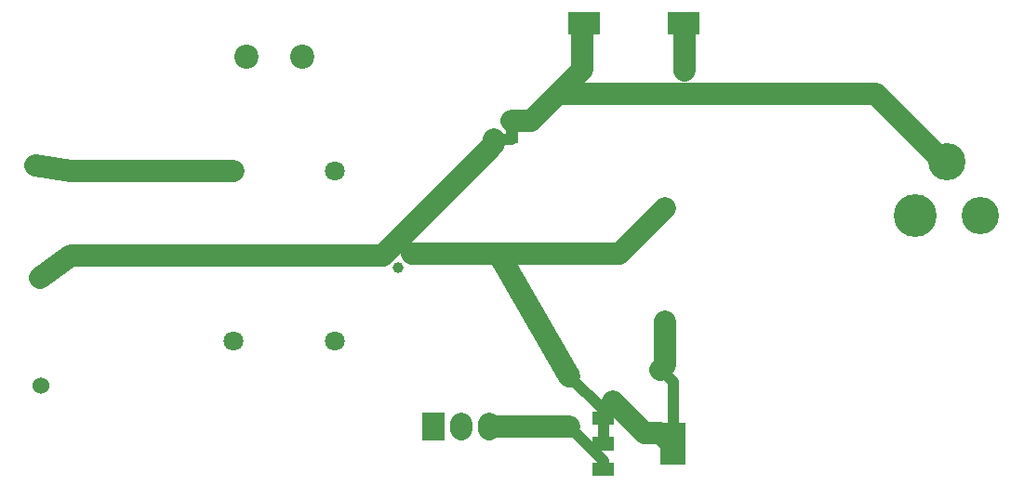
<source format=gtl>
G04 Layer: TopLayer*
G04 EasyEDA v6.4.7, 2020-11-13T14:17:03--3:00*
G04 567a4f01d23344a586f60d2a48ffb39a,2f6a952e8d754e4686293a443d3b0dc2,10*
G04 Gerber Generator version 0.2*
G04 Scale: 100 percent, Rotated: No, Reflected: No *
G04 Dimensions in millimeters *
G04 leading zeros omitted , absolute positions ,3 integer and 3 decimal *
%FSLAX33Y33*%
%MOMM*%
G90*
D02*

%ADD11C,1.999996*%
%ADD12C,0.999998*%
%ADD13C,0.610006*%
%ADD14R,2.999994X2.099996*%
%ADD17R,1.099820X1.000760*%
%ADD18C,1.524000*%
%ADD19C,1.799996*%
%ADD20C,2.199996*%
%ADD22R,0.999998X0.999998*%
%ADD23C,3.401060*%
%ADD24C,3.898900*%

%LPD*%
G54D11*
G01X1915Y28829D02*
G01X4716Y30861D01*
G01X33157Y30861D01*
G01X1534Y39116D02*
G01X4757Y38529D01*
G01X19580Y38529D01*
G01X33157Y30861D02*
G01X43289Y40993D01*
G01X43289Y41452D01*
G01X84373Y39232D02*
G01X78033Y45572D01*
G01X49103Y45572D01*
G01X60589Y47752D02*
G01X60589Y51998D01*
G01X60517Y52070D01*
G54D12*
G01X53223Y11416D02*
G01X53223Y12169D01*
G01X50119Y15272D01*
G01X53223Y13716D02*
G01X53223Y16675D01*
G01X54122Y17574D01*
G54D11*
G01X54122Y17574D02*
G01X57022Y14673D01*
G01X58470Y14673D01*
G54D12*
G01X53223Y16015D02*
G01X53223Y16769D01*
G01X50119Y19872D01*
G01X33030Y30734D02*
G01X33157Y30861D01*
G54D11*
G01X35864Y31036D02*
G01X50119Y31036D01*
G01X43687Y31036D02*
G01X50119Y19872D01*
G01X59573Y13716D02*
G01X59428Y13716D01*
G01X58470Y14673D01*
G54D12*
G01X59573Y13716D02*
G01X59573Y19372D01*
G01X58470Y20474D01*
G54D11*
G01X58851Y24869D02*
G01X58851Y20855D01*
G01X58470Y20474D01*
G54D12*
G01X44841Y41452D02*
G01X43289Y41452D01*
G01X44841Y43129D02*
G01X44841Y41452D01*
G54D11*
G01X50119Y31036D02*
G01X54716Y31036D01*
G01X58851Y35171D01*
G01X42849Y15288D02*
G01X50106Y15288D01*
G01X50119Y15272D01*
G01X51349Y51894D02*
G01X51349Y47819D01*
G01X49103Y45572D01*
G01X44841Y43129D02*
G01X46659Y43129D01*
G01X49103Y45572D01*
G54D14*
G01X51517Y52070D03*
G01X60517Y52070D03*
G36*
G01X58423Y15615D02*
G01X60723Y15615D01*
G01X60723Y11816D01*
G01X58423Y11816D01*
G01X58423Y15615D01*
G37*
G36*
G01X52223Y14315D02*
G01X54223Y14315D01*
G01X54223Y13116D01*
G01X52223Y13116D01*
G01X52223Y14315D01*
G37*
G36*
G01X52223Y12016D02*
G01X54223Y12016D01*
G01X54223Y10816D01*
G01X52223Y10816D01*
G01X52223Y12016D01*
G37*
G36*
G01X52223Y16615D02*
G01X54223Y16615D01*
G01X54223Y15415D01*
G01X52223Y15415D01*
G01X52223Y16615D01*
G37*
G54D17*
G01X45008Y41628D03*
G01X45008Y43304D03*
G54D18*
G01X1534Y39116D03*
G01X2169Y28829D03*
G01X2042Y19050D03*
G54D19*
G01X28780Y23035D03*
G01X19580Y23035D03*
G01X28780Y38529D03*
G01X19580Y38529D03*
G54D18*
G01X58851Y24870D03*
G01X58851Y35170D03*
G54D20*
G01X25831Y48943D03*
G01X20751Y48943D03*
G36*
G01X36769Y16537D02*
G01X38770Y16537D01*
G01X38770Y14038D01*
G01X36769Y14038D01*
G01X36769Y16537D01*
G37*
G54D12*
G01X34594Y29766D03*
G01X33324Y31036D03*
G54D22*
G01X35864Y31036D03*
G54D23*
G01X87589Y34505D03*
G01X84541Y39408D03*
G54D24*
G01X81594Y34505D03*
G54D13*
G01X60589Y47752D03*
G54D11*
G01X40309Y15538D02*
G01X40309Y15038D01*
G01X42849Y15538D02*
G01X42849Y15038D01*
M00*
M02*

</source>
